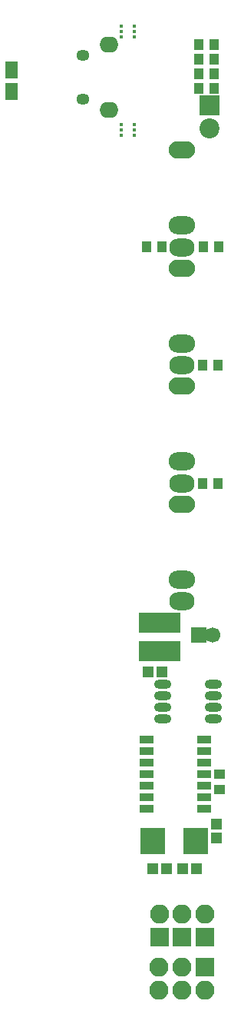
<source format=gbr>
G04 #@! TF.FileFunction,Soldermask,Top*
%FSLAX46Y46*%
G04 Gerber Fmt 4.6, Leading zero omitted, Abs format (unit mm)*
G04 Created by KiCad (PCBNEW 4.0.6) date 2018 April 18, Wednesday 08:04:54*
%MOMM*%
%LPD*%
G01*
G04 APERTURE LIST*
%ADD10C,0.100000*%
%ADD11O,1.873200X1.009600*%
%ADD12C,0.402000*%
%ADD13R,1.543000X0.908000*%
%ADD14R,1.700000X1.700000*%
%ADD15C,1.700000*%
%ADD16R,4.600000X2.200000*%
%ADD17R,2.800000X3.000000*%
%ADD18R,1.150000X1.200000*%
%ADD19R,1.200000X1.150000*%
%ADD20R,1.100000X1.300000*%
%ADD21R,1.300000X1.100000*%
%ADD22R,2.200000X2.200000*%
%ADD23C,2.200000*%
%ADD24O,2.100000X1.724000*%
%ADD25O,1.450000X1.250000*%
%ADD26O,2.900000X1.900000*%
%ADD27O,2.900000X2.000000*%
%ADD28O,2.800000X2.000000*%
%ADD29R,2.100000X2.100000*%
%ADD30O,2.100000X2.100000*%
%ADD31R,1.400000X1.900000*%
G04 APERTURE END LIST*
D10*
D11*
X2806000Y-72945000D03*
X2806000Y-74215000D03*
X2806000Y-75485000D03*
X2806000Y-76755000D03*
X8394000Y-76755000D03*
X8394000Y-75485000D03*
X8394000Y-74215000D03*
X8394000Y-72945000D03*
D12*
X-300000Y-12500000D03*
X-300000Y-11900000D03*
X-300000Y-11300000D03*
X-1700000Y-11300000D03*
X-1700000Y-11900000D03*
X-1700000Y-12500000D03*
D13*
X7402000Y-86620000D03*
X7402000Y-85350000D03*
X7402000Y-84080000D03*
X7402000Y-82810000D03*
X7402000Y-81540000D03*
X7402000Y-80270000D03*
X7402000Y-79000000D03*
X1052000Y-79000000D03*
X1052000Y-80270000D03*
X1052000Y-82810000D03*
X1052000Y-84080000D03*
X1052000Y-85350000D03*
X1052000Y-86620000D03*
X1052000Y-81540000D03*
D14*
X6850000Y-67500000D03*
D15*
X8350000Y-67500000D03*
D16*
X2500000Y-66100000D03*
X2500000Y-69300000D03*
D17*
X6500000Y-90200000D03*
X1700000Y-90200000D03*
D18*
X8800000Y-88350000D03*
X8800000Y-89850000D03*
D19*
X6550000Y-93200000D03*
X5050000Y-93200000D03*
X1750000Y-93200000D03*
X3250000Y-93200000D03*
X2750000Y-71600000D03*
X1250000Y-71600000D03*
D20*
X8550000Y-7300000D03*
X6850000Y-7300000D03*
X7350000Y-24700000D03*
X9050000Y-24700000D03*
X2750000Y-24700000D03*
X1050000Y-24700000D03*
X7250000Y-37800000D03*
X8950000Y-37800000D03*
X7250000Y-50800000D03*
X8950000Y-50800000D03*
X8550000Y-2500000D03*
X6850000Y-2500000D03*
X8550000Y-5700000D03*
X6850000Y-5700000D03*
X6850000Y-4100000D03*
X8550000Y-4100000D03*
D21*
X9100000Y-82850000D03*
X9100000Y-84550000D03*
D22*
X8000000Y-9200000D03*
D23*
X8000000Y-11740000D03*
D24*
X-3100000Y-2500000D03*
X-3100000Y-9700000D03*
D25*
X-6000000Y-3675000D03*
X-6000000Y-8525000D03*
D26*
X5000000Y-14080000D03*
D27*
X5000000Y-22380000D03*
D28*
X5000000Y-24800000D03*
D26*
X5000000Y-27080000D03*
D27*
X5000000Y-35380000D03*
D28*
X5000000Y-37800000D03*
D26*
X5000000Y-40080000D03*
D27*
X5000000Y-48380000D03*
D28*
X5000000Y-50800000D03*
D26*
X5000000Y-53080000D03*
D27*
X5000000Y-61380000D03*
D28*
X5000000Y-63800000D03*
D29*
X7480000Y-104060000D03*
D30*
X7480000Y-106600000D03*
X4940000Y-104060000D03*
X4940000Y-106600000D03*
X2400000Y-104060000D03*
X2400000Y-106600000D03*
D29*
X7500000Y-100750000D03*
D30*
X7500000Y-98210000D03*
D29*
X5000000Y-100750000D03*
D30*
X5000000Y-98210000D03*
D29*
X2500000Y-100750000D03*
D30*
X2500000Y-98210000D03*
D31*
X-13800000Y-5300000D03*
X-13800000Y-7600000D03*
D12*
X-300000Y-1600000D03*
X-300000Y-1000000D03*
X-300000Y-400000D03*
X-1700000Y-400000D03*
X-1700000Y-1000000D03*
X-1700000Y-1600000D03*
M02*

</source>
